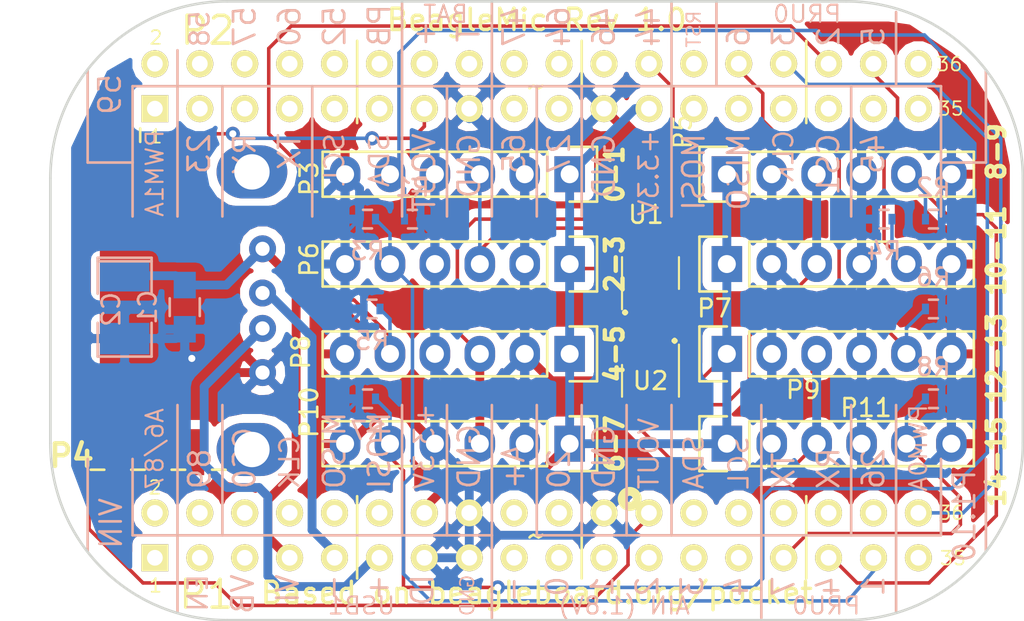
<source format=kicad_pcb>
(kicad_pcb (version 4) (host pcbnew 4.0.5+dfsg1-4)
  (title_block (title "BeagleMic KiCAD") (date 2017-08-14) (comment 1 "Prototyped by: GHI Electronics, LLC") (comment 2 "Converted to KiCAD: QWERTY Embedded Design, LLC"))
  (layers (0 Top signal) (31 Bottom signal) (34 B.Paste user) (35 F.Paste user) (36 B.SilkS user) (37 F.SilkS user) (38 B.Mask user) (39 F.Mask user) (44 Edge.Cuts user))
  (net 0 "")
  (net 1 GND)
  (net 2 VDD_3V3B)
  (net 3 SYS_5V)
  (net 4 "/(U1.L15)USB1.D+")
  (net 5 "/(U1.L16)USB1.D-")
  (net 6 USB_DC)
  (net 7 /MIC_CLK_0_3)
  (net 8 /MIC_CLK_8_11)
  (net 9 /MIC_CLK_4_7)
  (net 10 /MIC_CLK_12_15)
  (net 11 "/(U1.A1)PWM0A")
  (net 12 "/(U1.A2)PRU-0.1")
  (net 13 "/(U1.A3)PRU-0.4")
  (net 14 "/(U1.C4)PRU-0.7")
  (net 15 "/(U1.B3)PRU-0.5")
  (net 16 "/(U1.B1)PRU-0.3")
  (net 17 "/(U1.C3)PRU-0.6")
  (net 18 "/(U1.P6)")
  (net 19 "/(U1.B2)PRU-0.2")
  (module "OLIMEX_Connectors-FP.pretty:USB-3.5mm(TERES)" (layer Top) (at 120.2 105 270)
    (fp_text reference P4 (at 8.2 -2 540) (layer F.SilkS) (effects (font (size 1.27 1.27) (thickness 0.254))))
    (fp_text value USB_A)
    (pad 0 smd rect (at 8 -7.4 270) (size 2.4 2.4) (layers Top F.Paste F.Mask))
    (pad 0 smd rect (at 8 -7 270) (size 2.6 5) (layers Top))
    (pad 0 smd rect (at -8 -7 270) (size 2.6 5) (layers Top))
    (pad 1 thru_hole circle (at -3.5 -12.8 270) (size 1.524 1.524) (drill 0.8) (layers *.Cu *.Mask) (net 6 USB_DC))
    (pad 2 thru_hole circle (at -1 -12.8 270) (size 1.524 1.524) (drill 0.8) (layers *.Cu *.Mask) (net 5 "/(U1.L16)USB1.D-"))
    (pad 3 thru_hole circle (at 1 -12.8 270) (size 1.524 1.524) (drill 0.8) (layers *.Cu *.Mask) (net 4 "/(U1.L15)USB1.D+"))
    (pad 4 thru_hole circle (at 3.5 -12.8 270) (size 1.524 1.524) (drill 0.8) (layers *.Cu *.Mask) (net 1 GND))
    (pad 0 thru_hole oval (at -7.85 -12.2 270) (size 3 4) (drill 2) (layers *.Cu *.Mask))
    (pad 0 thru_hole oval (at 7.85 -12.2 270) (size 3 4) (drill 2) (layers *.Cu *.Mask))
    (pad 0 smd rect (at -8 -7.4 270) (size 2.4 2.4) (layers Top F.Paste F.Mask))
  )
  (module "PocketBeagle.pretty:TH-2X18-(35MIL-DIA)-W_O-SILK" (layer Top) (at 148.5011 117.7036)
    (fp_text reference P1 (at -18.68678 3.34518) (layer F.SilkS) (effects (font (size 1.56845 1.56845) (thickness 0.19812))))
    (fp_text value ~ (at 0 0) (layer F.SilkS))
    (pad 36 thru_hole circle (at 21.59 -1.27) (size 1.524 1.524) (drill 0.889) (layers *.Cu *.Mask F.SilkS) (net 11 "/(U1.A1)PWM0A"))
    (pad 35 thru_hole circle (at 21.59 1.27) (size 1.524 1.524) (drill 0.889) (layers *.Cu *.Mask F.SilkS))
    (pad 34 thru_hole circle (at 19.05 -1.27) (size 1.524 1.524) (drill 0.889) (layers *.Cu *.Mask F.SilkS))
    (pad 33 thru_hole circle (at 19.05 1.27) (size 1.524 1.524) (drill 0.889) (layers *.Cu *.Mask F.SilkS) (net 12 "/(U1.A2)PRU-0.1"))
    (pad 32 thru_hole circle (at 16.51 -1.27) (size 1.524 1.524) (drill 0.889) (layers *.Cu *.Mask F.SilkS))
    (pad 31 thru_hole circle (at 16.51 1.27) (size 1.524 1.524) (drill 0.889) (layers *.Cu *.Mask F.SilkS) (net 13 "/(U1.A3)PRU-0.4"))
    (pad 30 thru_hole circle (at 13.97 -1.27) (size 1.524 1.524) (drill 0.889) (layers *.Cu *.Mask F.SilkS))
    (pad 29 thru_hole circle (at 13.97 1.27) (size 1.524 1.524) (drill 0.889) (layers *.Cu *.Mask F.SilkS) (net 14 "/(U1.C4)PRU-0.7"))
    (pad 28 thru_hole circle (at 11.43 -1.27) (size 1.524 1.524) (drill 0.889) (layers *.Cu *.Mask F.SilkS))
    (pad 27 thru_hole circle (at 11.43 1.27) (size 1.524 1.524) (drill 0.889) (layers *.Cu *.Mask F.SilkS))
    (pad 26 thru_hole circle (at 8.89 -1.27) (size 1.524 1.524) (drill 0.889) (layers *.Cu *.Mask F.SilkS))
    (pad 25 thru_hole circle (at 8.89 1.27) (size 1.524 1.524) (drill 0.889) (layers *.Cu *.Mask F.SilkS))
    (pad 24 thru_hole circle (at 6.35 -1.27) (size 1.524 1.524) (drill 0.889) (layers *.Cu *.Mask F.SilkS) (net 3 SYS_5V))
    (pad 23 thru_hole circle (at 6.35 1.27) (size 1.524 1.524) (drill 0.889) (layers *.Cu *.Mask F.SilkS))
    (pad 22 thru_hole circle (at 3.81 -1.27) (size 1.524 1.524) (drill 0.889) (layers *.Cu *.Mask F.SilkS) (net 1 GND))
    (pad 21 thru_hole circle (at 3.81 1.27) (size 1.524 1.524) (drill 0.889) (layers *.Cu *.Mask F.SilkS))
    (pad 20 thru_hole circle (at 1.27 -1.27) (size 1.524 1.524) (drill 0.889) (layers *.Cu *.Mask F.SilkS))
    (pad 19 thru_hole circle (at 1.27 1.27) (size 1.524 1.524) (drill 0.889) (layers *.Cu *.Mask F.SilkS))
    (pad 18 thru_hole circle (at -1.27 -1.27) (size 1.524 1.524) (drill 0.889) (layers *.Cu *.Mask F.SilkS))
    (pad 17 thru_hole circle (at -1.27 1.27) (size 1.524 1.524) (drill 0.889) (layers *.Cu *.Mask F.SilkS))
    (pad 16 thru_hole circle (at -3.81 -1.27) (size 1.524 1.524) (drill 0.889) (layers *.Cu *.Mask F.SilkS) (net 1 GND))
    (pad 15 thru_hole circle (at -3.81 1.27) (size 1.524 1.524) (drill 0.889) (layers *.Cu *.Mask F.SilkS) (net 1 GND))
    (pad 14 thru_hole circle (at -6.35 -1.27) (size 1.524 1.524) (drill 0.889) (layers *.Cu *.Mask F.SilkS) (net 2 VDD_3V3B))
    (pad 13 thru_hole circle (at -6.35 1.27) (size 1.524 1.524) (drill 0.889) (layers *.Cu *.Mask F.SilkS) (net 1 GND))
    (pad 12 thru_hole circle (at -8.89 -1.27) (size 1.524 1.524) (drill 0.889) (layers *.Cu *.Mask F.SilkS))
    (pad 11 thru_hole circle (at -8.89 1.27) (size 1.524 1.524) (drill 0.889) (layers *.Cu *.Mask F.SilkS) (net 4 "/(U1.L15)USB1.D+"))
    (pad 10 thru_hole circle (at -11.43 -1.27) (size 1.524 1.524) (drill 0.889) (layers *.Cu *.Mask F.SilkS))
    (pad 9 thru_hole circle (at -11.43 1.27) (size 1.524 1.524) (drill 0.889) (layers *.Cu *.Mask F.SilkS) (net 5 "/(U1.L16)USB1.D-"))
    (pad 8 thru_hole circle (at -13.97 -1.27) (size 1.524 1.524) (drill 0.889) (layers *.Cu *.Mask F.SilkS))
    (pad 7 thru_hole circle (at -13.97 1.27) (size 1.524 1.524) (drill 0.889) (layers *.Cu *.Mask F.SilkS) (net 6 USB_DC))
    (pad 6 thru_hole circle (at -16.51 -1.27) (size 1.524 1.524) (drill 0.889) (layers *.Cu *.Mask F.SilkS))
    (pad 5 thru_hole circle (at -16.51 1.27) (size 1.524 1.524) (drill 0.889) (layers *.Cu *.Mask F.SilkS))
    (pad 4 thru_hole circle (at -19.05 -1.27) (size 1.524 1.524) (drill 0.889) (layers *.Cu *.Mask F.SilkS))
    (pad 3 thru_hole circle (at -19.05 1.27) (size 1.524 1.524) (drill 0.889) (layers *.Cu *.Mask F.SilkS))
    (pad 2 thru_hole circle (at -21.59 -1.27) (size 1.524 1.524) (drill 0.889) (layers *.Cu *.Mask F.SilkS))
    (pad 1 thru_hole rect (at -21.59 1.27) (size 1.524 1.524) (drill 0.889) (layers *.Cu *.Mask F.SilkS))
  )
  (module "PocketBeagle.pretty:TH-2X18-(35MIL-DIA)-W_O-SILK" (layer Top) (at 148.5011 92.3036)
    (fp_text reference P2 (at -18.6055 -3.15468 180) (layer F.SilkS) (effects (font (size 1.56845 1.56845) (thickness 0.19812))))
    (fp_text value ~ (at 0 0) (layer F.SilkS))
    (pad 36 thru_hole circle (at 21.59 -1.27) (size 1.524 1.524) (drill 0.889) (layers *.Cu *.Mask F.SilkS))
    (pad 35 thru_hole circle (at 21.59 1.27) (size 1.524 1.524) (drill 0.889) (layers *.Cu *.Mask F.SilkS))
    (pad 34 thru_hole circle (at 19.05 -1.27) (size 1.524 1.524) (drill 0.889) (layers *.Cu *.Mask F.SilkS) (net 15 "/(U1.B3)PRU-0.5"))
    (pad 33 thru_hole circle (at 19.05 1.27) (size 1.524 1.524) (drill 0.889) (layers *.Cu *.Mask F.SilkS))
    (pad 32 thru_hole circle (at 16.51 -1.27) (size 1.524 1.524) (drill 0.889) (layers *.Cu *.Mask F.SilkS) (net 19 "/(U1.B2)PRU-0.2"))
    (pad 31 thru_hole circle (at 16.51 1.27) (size 1.524 1.524) (drill 0.889) (layers *.Cu *.Mask F.SilkS))
    (pad 30 thru_hole circle (at 13.97 -1.27) (size 1.524 1.524) (drill 0.889) (layers *.Cu *.Mask F.SilkS) (net 16 "/(U1.B1)PRU-0.3"))
    (pad 29 thru_hole circle (at 13.97 1.27) (size 1.524 1.524) (drill 0.889) (layers *.Cu *.Mask F.SilkS))
    (pad 28 thru_hole circle (at 11.43 -1.27) (size 1.524 1.524) (drill 0.889) (layers *.Cu *.Mask F.SilkS) (net 17 "/(U1.C3)PRU-0.6"))
    (pad 27 thru_hole circle (at 11.43 1.27) (size 1.524 1.524) (drill 0.889) (layers *.Cu *.Mask F.SilkS))
    (pad 26 thru_hole circle (at 8.89 -1.27) (size 1.524 1.524) (drill 0.889) (layers *.Cu *.Mask F.SilkS))
    (pad 25 thru_hole circle (at 8.89 1.27) (size 1.524 1.524) (drill 0.889) (layers *.Cu *.Mask F.SilkS))
    (pad 24 thru_hole circle (at 6.35 -1.27) (size 1.524 1.524) (drill 0.889) (layers *.Cu *.Mask F.SilkS) (net 18 "/(U1.P6)"))
    (pad 23 thru_hole circle (at 6.35 1.27) (size 1.524 1.524) (drill 0.889) (layers *.Cu *.Mask F.SilkS) (net 2 VDD_3V3B))
    (pad 22 thru_hole circle (at 3.81 -1.27) (size 1.524 1.524) (drill 0.889) (layers *.Cu *.Mask F.SilkS))
    (pad 21 thru_hole circle (at 3.81 1.27) (size 1.524 1.524) (drill 0.889) (layers *.Cu *.Mask F.SilkS) (net 1 GND))
    (pad 20 thru_hole circle (at 1.27 -1.27) (size 1.524 1.524) (drill 0.889) (layers *.Cu *.Mask F.SilkS))
    (pad 19 thru_hole circle (at 1.27 1.27) (size 1.524 1.524) (drill 0.889) (layers *.Cu *.Mask F.SilkS))
    (pad 18 thru_hole circle (at -1.27 -1.27) (size 1.524 1.524) (drill 0.889) (layers *.Cu *.Mask F.SilkS))
    (pad 17 thru_hole circle (at -1.27 1.27) (size 1.524 1.524) (drill 0.889) (layers *.Cu *.Mask F.SilkS))
    (pad 16 thru_hole circle (at -3.81 -1.27) (size 1.524 1.524) (drill 0.889) (layers *.Cu *.Mask F.SilkS))
    (pad 15 thru_hole circle (at -3.81 1.27) (size 1.524 1.524) (drill 0.889) (layers *.Cu *.Mask F.SilkS) (net 1 GND))
    (pad 14 thru_hole circle (at -6.35 -1.27) (size 1.524 1.524) (drill 0.889) (layers *.Cu *.Mask F.SilkS))
    (pad 13 thru_hole circle (at -6.35 1.27) (size 1.524 1.524) (drill 0.889) (layers *.Cu *.Mask F.SilkS) (net 3 SYS_5V))
    (pad 12 thru_hole circle (at -8.89 -1.27) (size 1.524 1.524) (drill 0.889) (layers *.Cu *.Mask F.SilkS))
    (pad 11 thru_hole circle (at -8.89 1.27) (size 1.524 1.524) (drill 0.889) (layers *.Cu *.Mask F.SilkS))
    (pad 10 thru_hole circle (at -11.43 -1.27) (size 1.524 1.524) (drill 0.889) (layers *.Cu *.Mask F.SilkS))
    (pad 9 thru_hole circle (at -11.43 1.27) (size 1.524 1.524) (drill 0.889) (layers *.Cu *.Mask F.SilkS))
    (pad 8 thru_hole circle (at -13.97 -1.27) (size 1.524 1.524) (drill 0.889) (layers *.Cu *.Mask F.SilkS))
    (pad 7 thru_hole circle (at -13.97 1.27) (size 1.524 1.524) (drill 0.889) (layers *.Cu *.Mask F.SilkS))
    (pad 6 thru_hole circle (at -16.51 -1.27) (size 1.524 1.524) (drill 0.889) (layers *.Cu *.Mask F.SilkS))
    (pad 5 thru_hole circle (at -16.51 1.27) (size 1.524 1.524) (drill 0.889) (layers *.Cu *.Mask F.SilkS))
    (pad 4 thru_hole circle (at -19.05 -1.27) (size 1.524 1.524) (drill 0.889) (layers *.Cu *.Mask F.SilkS))
    (pad 3 thru_hole circle (at -19.05 1.27) (size 1.524 1.524) (drill 0.889) (layers *.Cu *.Mask F.SilkS))
    (pad 2 thru_hole circle (at -21.59 -1.27) (size 1.524 1.524) (drill 0.889) (layers *.Cu *.Mask F.SilkS))
    (pad 1 thru_hole rect (at -21.59 1.27) (size 1.524 1.524) (drill 0.889) (layers *.Cu *.Mask F.SilkS))
  )
  (module Pin_Headers:Pin_Header_Straight_1x06 (layer Top) (at 150.368 97.282 270)
    (fp_text reference P3 (at 0.254 14.732 270) (layer F.SilkS))
    (fp_text value CONN_01X06 hide)
    (pad 1 thru_hole rect (at 0 0 270) (size 2.032 1.7272) (drill 1.016) (layers *.Cu *.Mask) (net 2 VDD_3V3B))
    (pad 2 thru_hole oval (at 0 2.54 270) (size 2.032 1.7272) (drill 1.016) (layers *.Cu *.Mask) (net 1 GND))
    (pad 3 thru_hole oval (at 0 5.08 270) (size 2.032 1.7272) (drill 1.016) (layers *.Cu *.Mask) (net 7 /MIC_CLK_0_3))
    (pad 4 thru_hole oval (at 0 7.62 270) (size 2.032 1.7272) (drill 1.016) (layers *.Cu *.Mask) (net 1 GND))
    (pad 5 thru_hole oval (at 0 10.16 270) (size 2.032 1.7272) (drill 1.016) (layers *.Cu *.Mask) (net 11 "/(U1.A1)PWM0A"))
    (pad 6 thru_hole oval (at 0 12.7 270) (size 2.032 1.7272) (drill 1.016) (layers *.Cu *.Mask) (net 1 GND))
  )
  (module Pin_Headers:Pin_Header_Straight_1x06 (layer Top) (at 159.258 97.282 90)
    (fp_text reference P5 (at 2.4 -2.5 270) (layer F.SilkS))
    (fp_text value CONN_01X06 hide)
    (pad 1 thru_hole rect (at 0 0 90) (size 2.032 1.7272) (drill 1.016) (layers *.Cu *.Mask) (net 2 VDD_3V3B))
    (pad 2 thru_hole oval (at 0 2.54 90) (size 2.032 1.7272) (drill 1.016) (layers *.Cu *.Mask) (net 1 GND))
    (pad 3 thru_hole oval (at 0 5.08 90) (size 2.032 1.7272) (drill 1.016) (layers *.Cu *.Mask) (net 8 /MIC_CLK_8_11))
    (pad 4 thru_hole oval (at 0 7.62 90) (size 2.032 1.7272) (drill 1.016) (layers *.Cu *.Mask) (net 1 GND))
    (pad 5 thru_hole oval (at 0 10.16 90) (size 2.032 1.7272) (drill 1.016) (layers *.Cu *.Mask) (net 13 "/(U1.A3)PRU-0.4"))
    (pad 6 thru_hole oval (at 0 12.7 90) (size 2.032 1.7272) (drill 1.016) (layers *.Cu *.Mask) (net 1 GND))
  )
  (module Pin_Headers:Pin_Header_Straight_1x06 (layer Top) (at 150.368 102.362 270)
    (fp_text reference P6 (at -0.254 14.732 450) (layer F.SilkS))
    (fp_text value CONN_01X06 hide)
    (pad 1 thru_hole rect (at 0 0 270) (size 2.032 1.7272) (drill 1.016) (layers *.Cu *.Mask) (net 2 VDD_3V3B))
    (pad 2 thru_hole oval (at 0 2.54 270) (size 2.032 1.7272) (drill 1.016) (layers *.Cu *.Mask) (net 1 GND))
    (pad 3 thru_hole oval (at 0 5.08 270) (size 2.032 1.7272) (drill 1.016) (layers *.Cu *.Mask) (net 7 /MIC_CLK_0_3))
    (pad 4 thru_hole oval (at 0 7.62 270) (size 2.032 1.7272) (drill 1.016) (layers *.Cu *.Mask) (net 1 GND))
    (pad 5 thru_hole oval (at 0 10.16 270) (size 2.032 1.7272) (drill 1.016) (layers *.Cu *.Mask) (net 12 "/(U1.A2)PRU-0.1"))
    (pad 6 thru_hole oval (at 0 12.7 270) (size 2.032 1.7272) (drill 1.016) (layers *.Cu *.Mask) (net 1 GND))
  )
  (module Pin_Headers:Pin_Header_Straight_1x06 (layer Top) (at 159.258 102.362 90)
    (fp_text reference P7 (at -2.5 -0.7 180) (layer F.SilkS))
    (fp_text value CONN_01X06 hide)
    (pad 1 thru_hole rect (at 0 0 90) (size 2.032 1.7272) (drill 1.016) (layers *.Cu *.Mask) (net 2 VDD_3V3B))
    (pad 2 thru_hole oval (at 0 2.54 90) (size 2.032 1.7272) (drill 1.016) (layers *.Cu *.Mask) (net 1 GND))
    (pad 3 thru_hole oval (at 0 5.08 90) (size 2.032 1.7272) (drill 1.016) (layers *.Cu *.Mask) (net 8 /MIC_CLK_8_11))
    (pad 4 thru_hole oval (at 0 7.62 90) (size 2.032 1.7272) (drill 1.016) (layers *.Cu *.Mask) (net 1 GND))
    (pad 5 thru_hole oval (at 0 10.16 90) (size 2.032 1.7272) (drill 1.016) (layers *.Cu *.Mask) (net 15 "/(U1.B3)PRU-0.5"))
    (pad 6 thru_hole oval (at 0 12.7 90) (size 2.032 1.7272) (drill 1.016) (layers *.Cu *.Mask) (net 1 GND))
  )
  (module Pin_Headers:Pin_Header_Straight_1x06 (layer Top) (at 150.368 107.442 270)
    (fp_text reference P8 (at -0.1 15.2 270) (layer F.SilkS))
    (fp_text value CONN_01X06 hide)
    (pad 1 thru_hole rect (at 0 0 270) (size 2.032 1.7272) (drill 1.016) (layers *.Cu *.Mask) (net 2 VDD_3V3B))
    (pad 2 thru_hole oval (at 0 2.54 270) (size 2.032 1.7272) (drill 1.016) (layers *.Cu *.Mask) (net 1 GND))
    (pad 3 thru_hole oval (at 0 5.08 270) (size 2.032 1.7272) (drill 1.016) (layers *.Cu *.Mask) (net 9 /MIC_CLK_4_7))
    (pad 4 thru_hole oval (at 0 7.62 270) (size 2.032 1.7272) (drill 1.016) (layers *.Cu *.Mask) (net 1 GND))
    (pad 5 thru_hole oval (at 0 10.16 270) (size 2.032 1.7272) (drill 1.016) (layers *.Cu *.Mask) (net 19 "/(U1.B2)PRU-0.2"))
    (pad 6 thru_hole oval (at 0 12.7 270) (size 2.032 1.7272) (drill 1.016) (layers *.Cu *.Mask) (net 1 GND))
  )
  (module Pin_Headers:Pin_Header_Straight_1x06 (layer Top) (at 159.258 107.442 90)
    (fp_text reference P9 (at -2.032 4.318 180) (layer F.SilkS))
    (fp_text value CONN_01X06 hide)
    (pad 1 thru_hole rect (at 0 0 90) (size 2.032 1.7272) (drill 1.016) (layers *.Cu *.Mask) (net 2 VDD_3V3B))
    (pad 2 thru_hole oval (at 0 2.54 90) (size 2.032 1.7272) (drill 1.016) (layers *.Cu *.Mask) (net 1 GND))
    (pad 3 thru_hole oval (at 0 5.08 90) (size 2.032 1.7272) (drill 1.016) (layers *.Cu *.Mask) (net 10 /MIC_CLK_12_15))
    (pad 4 thru_hole oval (at 0 7.62 90) (size 2.032 1.7272) (drill 1.016) (layers *.Cu *.Mask) (net 1 GND))
    (pad 5 thru_hole oval (at 0 10.16 90) (size 2.032 1.7272) (drill 1.016) (layers *.Cu *.Mask) (net 17 "/(U1.C3)PRU-0.6"))
    (pad 6 thru_hole oval (at 0 12.7 90) (size 2.032 1.7272) (drill 1.016) (layers *.Cu *.Mask) (net 1 GND))
  )
  (module Pin_Headers:Pin_Header_Straight_1x06 (layer Top) (at 150.368 112.522 270)
    (fp_text reference P10 (at -1.778 14.732 270) (layer F.SilkS))
    (fp_text value CONN_01X06 hide)
    (pad 1 thru_hole rect (at 0 0 270) (size 2.032 1.7272) (drill 1.016) (layers *.Cu *.Mask) (net 2 VDD_3V3B))
    (pad 2 thru_hole oval (at 0 2.54 270) (size 2.032 1.7272) (drill 1.016) (layers *.Cu *.Mask) (net 1 GND))
    (pad 3 thru_hole oval (at 0 5.08 270) (size 2.032 1.7272) (drill 1.016) (layers *.Cu *.Mask) (net 9 /MIC_CLK_4_7))
    (pad 4 thru_hole oval (at 0 7.62 270) (size 2.032 1.7272) (drill 1.016) (layers *.Cu *.Mask) (net 1 GND))
    (pad 5 thru_hole oval (at 0 10.16 270) (size 2.032 1.7272) (drill 1.016) (layers *.Cu *.Mask) (net 16 "/(U1.B1)PRU-0.3"))
    (pad 6 thru_hole oval (at 0 12.7 270) (size 2.032 1.7272) (drill 1.016) (layers *.Cu *.Mask) (net 1 GND))
  )
  (module Pin_Headers:Pin_Header_Straight_1x06 (layer Top) (at 159.258 112.522 90)
    (fp_text reference P11 (at 2.032 7.874 180) (layer F.SilkS))
    (fp_text value CONN_01X06 hide)
    (pad 1 thru_hole rect (at 0 0 90) (size 2.032 1.7272) (drill 1.016) (layers *.Cu *.Mask) (net 2 VDD_3V3B))
    (pad 2 thru_hole oval (at 0 2.54 90) (size 2.032 1.7272) (drill 1.016) (layers *.Cu *.Mask) (net 1 GND))
    (pad 3 thru_hole oval (at 0 5.08 90) (size 2.032 1.7272) (drill 1.016) (layers *.Cu *.Mask) (net 10 /MIC_CLK_12_15))
    (pad 4 thru_hole oval (at 0 7.62 90) (size 2.032 1.7272) (drill 1.016) (layers *.Cu *.Mask) (net 1 GND))
    (pad 5 thru_hole oval (at 0 10.16 90) (size 2.032 1.7272) (drill 1.016) (layers *.Cu *.Mask) (net 14 "/(U1.C4)PRU-0.7"))
    (pad 6 thru_hole oval (at 0 12.7 90) (size 2.032 1.7272) (drill 1.016) (layers *.Cu *.Mask) (net 1 GND))
  )
  (module TO_SOT_Packages_SMD:SOT-23-6_Handsoldering (layer Top) (at 154.94 102.87 90)
    (fp_text reference U1 (at 3.302 -0.254 180) (layer F.SilkS))
    (fp_text value 74AUC2G34 hide)
    (pad 1 smd rect (at -1.35 -0.95 90) (size 1.56 0.65) (layers Top F.Paste F.Mask) (net 18 "/(U1.P6)"))
    (pad 2 smd rect (at -1.35 0 90) (size 1.56 0.65) (layers Top F.Paste F.Mask) (net 1 GND))
    (pad 3 smd rect (at -1.35 0.95 90) (size 1.56 0.65) (layers Top F.Paste F.Mask) (net 18 "/(U1.P6)"))
    (pad 4 smd rect (at 1.35 0.95 90) (size 1.56 0.65) (layers Top F.Paste F.Mask) (net 9 /MIC_CLK_4_7))
    (pad 6 smd rect (at 1.35 -0.95 90) (size 1.56 0.65) (layers Top F.Paste F.Mask) (net 7 /MIC_CLK_0_3))
    (pad 5 smd rect (at 1.35 0 90) (size 1.56 0.65) (layers Top F.Paste F.Mask) (net 2 VDD_3V3B))
  )
  (module TO_SOT_Packages_SMD:SOT-23-6_Handsoldering (layer Top) (at 154.94 108.966 270)
    (fp_text reference U2 (at 0 0 540) (layer F.SilkS))
    (fp_text value 74AUC2G34 hide)
    (pad 1 smd rect (at -1.35 -0.95 270) (size 1.56 0.65) (layers Top F.Paste F.Mask) (net 18 "/(U1.P6)"))
    (pad 2 smd rect (at -1.35 0 270) (size 1.56 0.65) (layers Top F.Paste F.Mask) (net 1 GND))
    (pad 3 smd rect (at -1.35 0.95 270) (size 1.56 0.65) (layers Top F.Paste F.Mask) (net 18 "/(U1.P6)"))
    (pad 4 smd rect (at 1.35 0.95 270) (size 1.56 0.65) (layers Top F.Paste F.Mask) (net 10 /MIC_CLK_12_15))
    (pad 6 smd rect (at 1.35 -0.95 270) (size 1.56 0.65) (layers Top F.Paste F.Mask) (net 8 /MIC_CLK_8_11))
    (pad 5 smd rect (at 1.35 0 270) (size 1.56 0.65) (layers Top F.Paste F.Mask) (net 2 VDD_3V3B))
  )
  (module Resistors_SMD:R_0402 (layer Bottom) (at 141.478 99.822 180)
    (fp_text reference R1 (at 0 1.8 180) (layer B.SilkS) (effects (justify mirror)))
    (fp_text value 10k)
    (pad 1 smd rect (at -0.45 0 180) (size 0.4 0.6) (layers Bottom B.Paste B.Mask) (net 1 GND))
    (pad 2 smd rect (at 0.45 0 180) (size 0.4 0.6) (layers Bottom B.Paste B.Mask) (net 11 "/(U1.A1)PWM0A"))
  )
  (module Resistors_SMD:R_0402 (layer Bottom) (at 170.942 99.822 180)
    (fp_text reference R2 (at 0 1.8 180) (layer B.SilkS) (effects (justify mirror)))
    (fp_text value 10k)
    (pad 1 smd rect (at -0.45 0 180) (size 0.4 0.6) (layers Bottom B.Paste B.Mask) (net 1 GND))
    (pad 2 smd rect (at 0.45 0 180) (size 0.4 0.6) (layers Bottom B.Paste B.Mask) (net 13 "/(U1.A3)PRU-0.4"))
  )
  (module Resistors_SMD:R_0402 (layer Bottom) (at 138.938 99.822)
    (fp_text reference R3 (at 0 1.8) (layer B.SilkS) (effects (justify mirror)))
    (fp_text value 10k)
    (pad 1 smd rect (at -0.45 0) (size 0.4 0.6) (layers Bottom B.Paste B.Mask) (net 1 GND))
    (pad 2 smd rect (at 0.45 0) (size 0.4 0.6) (layers Bottom B.Paste B.Mask) (net 12 "/(U1.A2)PRU-0.1"))
  )
  (module Resistors_SMD:R_0402 (layer Bottom) (at 168.148 99.822)
    (fp_text reference R4 (at 0 1.8) (layer B.SilkS) (effects (justify mirror)))
    (fp_text value 10k)
    (pad 1 smd rect (at -0.45 0) (size 0.4 0.6) (layers Bottom B.Paste B.Mask) (net 1 GND))
    (pad 2 smd rect (at 0.45 0) (size 0.4 0.6) (layers Bottom B.Paste B.Mask) (net 15 "/(U1.B3)PRU-0.5"))
  )
  (module Resistors_SMD:R_0402 (layer Bottom) (at 139.192 104.902)
    (fp_text reference R5 (at 0 1.8) (layer B.SilkS) (effects (justify mirror)))
    (fp_text value 10k)
    (pad 1 smd rect (at -0.45 0) (size 0.4 0.6) (layers Bottom B.Paste B.Mask) (net 1 GND))
    (pad 2 smd rect (at 0.45 0) (size 0.4 0.6) (layers Bottom B.Paste B.Mask) (net 19 "/(U1.B2)PRU-0.2"))
  )
  (module Resistors_SMD:R_0402 (layer Bottom) (at 170.942 104.902 180)
    (fp_text reference R6 (at 0 1.8 180) (layer B.SilkS) (effects (justify mirror)))
    (fp_text value 10k)
    (pad 1 smd rect (at -0.45 0 180) (size 0.4 0.6) (layers Bottom B.Paste B.Mask) (net 1 GND))
    (pad 2 smd rect (at 0.45 0 180) (size 0.4 0.6) (layers Bottom B.Paste B.Mask) (net 17 "/(U1.C3)PRU-0.6"))
  )
  (module Resistors_SMD:R_0402 (layer Bottom) (at 138.938 109.982)
    (fp_text reference R7 (at 0 1.8) (layer B.SilkS) (effects (justify mirror)))
    (fp_text value 10k)
    (pad 1 smd rect (at -0.45 0) (size 0.4 0.6) (layers Bottom B.Paste B.Mask) (net 1 GND))
    (pad 2 smd rect (at 0.45 0) (size 0.4 0.6) (layers Bottom B.Paste B.Mask) (net 16 "/(U1.B1)PRU-0.3"))
  )
  (module Resistors_SMD:R_0402 (layer Bottom) (at 170.942 109.982 180)
    (fp_text reference R8 (at 0 1.8 180) (layer B.SilkS) (effects (justify mirror)))
    (fp_text value 10k)
    (pad 1 smd rect (at -0.45 0 180) (size 0.4 0.6) (layers Bottom B.Paste B.Mask) (net 1 GND))
    (pad 2 smd rect (at 0.45 0 180) (size 0.4 0.6) (layers Bottom B.Paste B.Mask) (net 14 "/(U1.C4)PRU-0.7"))
  )
  (module Capacitors_SMD:C_0805_HandSoldering (layer Bottom) (at 128.6 104.8 270)
    (fp_text reference C1 (at 0 2.1 270) (layer B.SilkS) (effects (justify mirror)))
    (fp_text value 100n)
    (pad 1 smd rect (at -1.25 0 270) (size 1.5 1.25) (layers Bottom B.Paste B.Mask) (net 6 USB_DC))
    (pad 2 smd rect (at 1.25 0 270) (size 1.5 1.25) (layers Bottom B.Paste B.Mask) (net 1 GND))
  )
  (module SMD_Packages:SMD-1210_Pol (layer Bottom) (at 125.2 104.8 270)
    (fp_text reference C2 (at 0.127 0.762 270) (layer B.SilkS) (effects (justify mirror)))
    (fp_text value 1u)
    (pad 1 smd rect (at -1.778 0 270) (size 1.778 2.794) (layers Bottom B.Paste B.Mask) (net 6 USB_DC))
    (pad 2 smd rect (at 1.778 0 270) (size 1.778 2.794) (layers Bottom B.Paste B.Mask) (net 1 GND))
  )
  (gr_text . (at 155.9 106.7 90) (layer F.SilkS) (effects (font (size 1 1) (thickness 0.25))))
  (gr_text . (at 153.1 105.1 90) (layer F.SilkS) (effects (font (size 1 1) (thickness 0.25))))
  (gr_text 10-11 (at 174.498 101.6 90) (layer F.SilkS) (effects (font (size 1 1) (thickness 0.25))))
  (gr_text 8-9 (at 174.498 96.012 90) (layer F.SilkS) (effects (font (size 1 1) (thickness 0.25))))
  (gr_text 12-13 (at 174.498 107.696 90) (layer F.SilkS) (effects (font (size 1 1) (thickness 0.25))))
  (gr_text 14-15 (at 174.498 113.538 90) (layer F.SilkS) (effects (font (size 1 1) (thickness 0.25))))
  (gr_text 6-7 (at 152.908 112.522 90) (layer F.SilkS) (effects (font (size 1 1) (thickness 0.25))))
  (gr_text 4-5 (at 152.908 107.442 90) (layer F.SilkS) (effects (font (size 1 1) (thickness 0.25))))
  (gr_text 2-3 (at 152.908 102.362 90) (layer F.SilkS) (effects (font (size 1 1) (thickness 0.25))))
  (gr_text 0-1 (at 152.908 97.282 90) (layer F.SilkS) (effects (font (size 1 1) (thickness 0.25))))
  (gr_text VOUT (at 142.1466 94.869 90) (layer B.SilkS) (effects (font (size 1.2065 1.2065) (thickness 0.1524)) (justify left mirror)))
  (gr_text GND (at 144.6866 94.869 90) (layer B.SilkS) (effects (font (size 1.2065 1.2065) (thickness 0.1524)) (justify left mirror)))
  (gr_text MISO (at 159.9266 94.869 90) (layer B.SilkS) (effects (font (size 1.2065 1.2065) (thickness 0.1524)) (justify left mirror)))
  (gr_line (start 156.1293 92.303) (end 156.1293 99.669) (layer B.SilkS) (width 0.15))
  (gr_text +3.3V (at 154.8466 94.6906 90) (layer B.SilkS) (effects (font (size 1.08585 1.08585) (thickness 0.13716)) (justify left mirror)))
  (gr_text CS1 (at 165.0066 94.869 90) (layer B.SilkS) (effects (font (size 1.2065 1.2065) (thickness 0.1524)) (justify left mirror)))
  (gr_text CLK (at 162.4666 94.6906 90) (layer B.SilkS) (effects (font (size 1.08585 1.08585) (thickness 0.13716)) (justify left mirror)))
  (gr_text TX (at 134.5266 94.869 90) (layer B.SilkS) (effects (font (size 1.2065 1.2065) (thickness 0.1524)) (justify left mirror)))
  (gr_line (start 166.0011 87.5036) (end 131.0011 87.5036) (layer Edge.Cuts) (width 0.15))
  (gr_arc (start 131.0011 97.5036) (end 131.0011 87.5036) (angle -90) (layer Edge.Cuts) (width 0.15))
  (gr_line (start 121.0011 97.5036) (end 121.0011 112.5036) (layer Edge.Cuts) (width 0.15))
  (gr_arc (start 131.0011 112.5036) (end 121.0011 112.5036) (angle -90) (layer Edge.Cuts) (width 0.15))
  (gr_line (start 131.0011 122.5036) (end 166.0011 122.5036) (layer Edge.Cuts) (width 0.15))
  (gr_arc (start 166.0011 112.5036) (end 166.0011 122.5036) (angle -90) (layer Edge.Cuts) (width 0.15))
  (gr_line (start 176.0011 112.5036) (end 176.0011 97.5036) (layer Edge.Cuts) (width 0.15))
  (gr_arc (start 166.0011 97.5036) (end 176.0011 97.5036) (angle -90) (layer Edge.Cuts) (width 0.15))
  (gr_text "BeagleMic Rev 1.0" (at 148.5093 89.255) (layer F.SilkS) (effects (font (size 1.2065 1.2065) (thickness 0.1905)) (justify bottom)))
  (gr_text "Based on beagleboard.org/pocket" (at 148.5093 121.6654) (layer F.SilkS) (effects (font (size 1.2065 1.2065) (thickness 0.1905)) (justify bottom)))
  (gr_line (start 145.9693 117.703) (end 143.4293 117.703) (layer B.SilkS) (width 0.15))
  (gr_line (start 143.4293 117.703) (end 140.8893 117.703) (layer B.SilkS) (width 0.15))
  (gr_line (start 140.8893 117.703) (end 130.7293 117.703) (layer B.SilkS) (width 0.15))
  (gr_line (start 130.7293 117.703) (end 128.1893 117.703) (layer B.SilkS) (width 0.15))
  (gr_line (start 148.5093 117.703) (end 148.5093 110.337) (layer B.SilkS) (width 0.15))
  (gr_line (start 148.5093 117.703) (end 151.0493 117.703) (layer B.SilkS) (width 0.15))
  (gr_line (start 151.0493 117.703) (end 153.5893 117.703) (layer B.SilkS) (width 0.15))
  (gr_line (start 153.5893 117.703) (end 156.1293 117.703) (layer B.SilkS) (width 0.15))
  (gr_line (start 156.1293 117.703) (end 161.2093 117.703) (layer B.SilkS) (width 0.15))
  (gr_line (start 161.2093 117.703) (end 166.2893 117.703) (layer B.SilkS) (width 0.15))
  (gr_line (start 166.2893 117.703) (end 168.8293 117.703) (layer B.SilkS) (width 0.15))
  (gr_line (start 145.9693 92.303) (end 143.4293 92.303) (layer B.SilkS) (width 0.15))
  (gr_line (start 143.4293 92.303) (end 140.8893 92.303) (layer B.SilkS) (width 0.15))
  (gr_line (start 140.8893 92.303) (end 135.8093 92.303) (layer B.SilkS) (width 0.15))
  (gr_line (start 135.8093 92.303) (end 130.7293 92.303) (layer B.SilkS) (width 0.15))
  (gr_line (start 145.9693 92.303) (end 148.5093 92.303) (layer B.SilkS) (width 0.15))
  (gr_line (start 148.5093 92.303) (end 151.0493 92.303) (layer B.SilkS) (width 0.15))
  (gr_line (start 151.0493 92.303) (end 153.5893 92.303) (layer B.SilkS) (width 0.15))
  (gr_line (start 153.5893 92.303) (end 156.1293 92.303) (layer B.SilkS) (width 0.15))
  (gr_line (start 156.1293 92.303) (end 158.6693 92.303) (layer B.SilkS) (width 0.15))
  (gr_line (start 158.6693 92.303) (end 166.2893 92.303) (layer B.SilkS) (width 0.15))
  (gr_line (start 166.2893 92.303) (end 168.8293 92.303) (layer B.SilkS) (width 0.15))
  (gr_line (start 138.3493 115.4932) (end 138.3493 120.1414) (layer F.SilkS) (width 0.15))
  (gr_line (start 138.3493 94.3858) (end 138.3493 89.7376) (layer F.SilkS) (width 0.15))
  (gr_line (start 151.0493 115.4932) (end 151.0493 120.1414) (layer F.SilkS) (width 0.15))
  (gr_line (start 163.7493 115.4932) (end 163.7493 120.1414) (layer F.SilkS) (width 0.15))
  (gr_line (start 151.0493 94.3858) (end 151.0493 89.7376) (layer F.SilkS) (width 0.15))
  (gr_line (start 163.7493 94.3858) (end 163.7493 89.7376) (layer F.SilkS) (width 0.15))
  (gr_line (start 125.5731 113.9946) (end 126.3351 113.9946) (layer F.SilkS) (width 0.15))
  (gr_line (start 127.8591 113.9946) (end 128.6211 113.9946) (layer F.SilkS) (width 0.15))
  (gr_line (start 123.2871 113.9946) (end 124.0491 113.9946) (layer F.SilkS) (width 0.15))
  (gr_line (start 130.1451 113.9946) (end 130.9071 113.9946) (layer F.SilkS) (width 0.15))
  (gr_circle (center 153.7671 115.6456) (end 153.946703 115.6456) (layer F.SilkS) (width 0.5))
  (gr_text 1 (at 126.95 120.0906) (layer F.SilkS) (effects (font (size 0.77216 0.77216) (thickness 0.097536)) (justify top)))
  (gr_text 2 (at 126.9701 89.1026) (layer F.SilkS) (effects (font (size 0.77216 0.77216) (thickness 0.097536)) (justify top)))
  (gr_text 36 (at 171.0436 91.059) (layer F.SilkS) (effects (font (size 0.77216 0.77216) (thickness 0.097536)) (justify left)))
  (gr_text 35 (at 171.2468 118.999) (layer F.SilkS) (effects (font (size 0.77216 0.77216) (thickness 0.097536)) (justify left)))
  (gr_text 35 (at 171.1198 93.5736) (layer F.SilkS) (effects (font (size 0.77216 0.77216) (thickness 0.097536)) (justify left)))
  (gr_text 36 (at 171.1452 116.4336) (layer F.SilkS) (effects (font (size 0.77216 0.77216) (thickness 0.097536)) (justify left)))
  (gr_text 2 (at 127.35 114.55) (layer F.SilkS) (effects (font (size 0.77216 0.77216) (thickness 0.097536)) (justify right top)))
  (gr_text 1 (at 126.9701 94.6906) (layer F.SilkS) (effects (font (size 0.77216 0.77216) (thickness 0.097536)) (justify top)))
  (gr_line (start 128.1893 117.703) (end 128.1893 121.9956) (layer B.SilkS) (width 0.15))
  (gr_line (start 145.9693 117.703) (end 145.9693 122.3766) (layer B.SilkS) (width 0.15))
  (gr_line (start 161.2093 117.703) (end 161.2093 122.3766) (layer B.SilkS) (width 0.15))
  (gr_line (start 168.8293 117.703) (end 168.8293 121.9956) (layer B.SilkS) (width 0.15))
  (gr_line (start 166.2893 117.703) (end 166.2893 110.337) (layer B.SilkS) (width 0.15))
  (gr_line (start 161.2093 117.703) (end 161.2093 110.337) (layer B.SilkS) (width 0.15))
  (gr_line (start 156.1293 117.703) (end 156.1293 110.337) (layer B.SilkS) (width 0.15))
  (gr_line (start 145.9693 117.703) (end 145.9693 110.337) (layer B.SilkS) (width 0.15))
  (gr_line (start 130.7293 117.703) (end 130.7293 110.337) (layer B.SilkS) (width 0.15))
  (gr_line (start 130.7293 92.303) (end 130.7293 99.669) (layer B.SilkS) (width 0.15))
  (gr_line (start 135.8093 92.303) (end 135.8093 99.669) (layer B.SilkS) (width 0.15))
  (gr_line (start 140.8893 92.303) (end 140.8893 99.669) (layer B.SilkS) (width 0.15))
  (gr_line (start 145.9693 92.303) (end 145.9693 99.669) (layer B.SilkS) (width 0.15))
  (gr_line (start 140.8893 92.303) (end 140.8893 87.604) (layer B.SilkS) (width 0.15))
  (gr_line (start 145.9693 92.303) (end 145.9693 87.604) (layer B.SilkS) (width 0.15))
  (gr_line (start 168.8293 92.303) (end 168.8293 88.112) (layer B.SilkS) (width 0.15))
  (gr_line (start 158.6693 92.303) (end 158.6693 87.604) (layer B.SilkS) (width 0.15))
  (gr_line (start 166.2893 92.303) (end 166.2893 99.669) (layer B.SilkS) (width 0.15))
  (gr_line (start 151.0493 117.703) (end 151.0493 110.337) (layer B.SilkS) (width 0.15))
  (gr_line (start 151.0493 92.303) (end 151.0493 99.669) (layer B.SilkS) (width 0.15))
  (gr_text "AIN (1.8V)" (at 153.4496 122.2496) (layer B.SilkS) (effects (font (size 0.9652 0.9652) (thickness 0.12192)) (justify bottom mirror)))
  (gr_text RST (at 157.3866 90.1821 90) (layer B.SilkS) (effects (font (size 0.77216 0.77216) (thickness 0.097536)) (justify right mirror)))
  (gr_text A+ (at 147.193 115.189 90) (layer B.SilkS) (effects (font (size 1.2065 1.2065) (thickness 0.1524)) (justify right mirror)))
  (gr_text 20 (at 149.7666 115.189 90) (layer B.SilkS) (effects (font (size 1.2065 1.2065) (thickness 0.1524)) (justify right mirror)))
  (gr_text GND (at 152.3066 115.189 90) (layer B.SilkS) (effects (font (size 1.2065 1.2065) (thickness 0.1524)) (justify right mirror)))
  (gr_text VOUT (at 154.8466 115.189 90) (layer B.SilkS) (effects (font (size 1.08585 1.08585) (thickness 0.13716)) (justify right mirror)))
  (gr_text SDA (at 157.3866 115.189 90) (layer B.SilkS) (effects (font (size 1.08585 1.08585) (thickness 0.13716)) (justify right mirror)))
  (gr_text SCL (at 159.9266 115.189 90) (layer B.SilkS) (effects (font (size 1.08585 1.08585) (thickness 0.13716)) (justify right mirror)))
  (gr_text TX (at 162.4666 115.189 90) (layer B.SilkS) (effects (font (size 1.2065 1.2065) (thickness 0.1524)) (justify right mirror)))
  (gr_text RX (at 165.0066 115.189 90) (layer B.SilkS) (effects (font (size 1.2065 1.2065) (thickness 0.1524)) (justify right mirror)))
  (gr_text 26 (at 167.5466 115.189 90) (layer B.SilkS) (effects (font (size 1.2065 1.2065) (thickness 0.1524)) (justify right mirror)))
  (gr_text GND (at 144.6866 115.189 90) (layer B.SilkS) (effects (font (size 1.2065 1.2065) (thickness 0.1524)) (justify right mirror)))
  (gr_text +3.3V (at 142.1466 115.189 90) (layer B.SilkS) (effects (font (size 1.08585 1.08585) (thickness 0.13716)) (justify right mirror)))
  (gr_text MOSI (at 139.6066 115.189 90) (layer B.SilkS) (effects (font (size 1.2065 1.2065) (thickness 0.1524)) (justify right mirror)))
  (gr_text MISO (at 137.0666 115.189 90) (layer B.SilkS) (effects (font (size 1.2065 1.2065) (thickness 0.1524)) (justify right mirror)))
  (gr_text CLK (at 134.5266 115.189 90) (layer B.SilkS) (effects (font (size 1.08585 1.08585) (thickness 0.13716)) (justify right mirror)))
  (gr_text CS0 (at 131.9866 115.189 90) (layer B.SilkS) (effects (font (size 1.2065 1.2065) (thickness 0.1524)) (justify right mirror)))
  (gr_text 89 (at 129.4466 115.189 90) (layer B.SilkS) (effects (font (size 1.2065 1.2065) (thickness 0.1524)) (justify right mirror)))
  (gr_text A6/87 (at 126.9066 115.189 90) (layer B.SilkS) (effects (font (size 0.9652 0.9652) (thickness 0.12192)) (justify right mirror)))
  (gr_text 44 (at 154.8466 90.1821 90) (layer B.SilkS) (effects (font (size 1.2065 1.2065) (thickness 0.1524)) (justify right mirror)))
  (gr_text 46 (at 152.3066 90.1821 90) (layer B.SilkS) (effects (font (size 1.2065 1.2065) (thickness 0.1524)) (justify right mirror)))
  (gr_text 64 (at 149.7666 90.1821 90) (layer B.SilkS) (effects (font (size 1.2065 1.2065) (thickness 0.1524)) (justify right mirror)))
  (gr_text 47 (at 147.2266 90.1821 90) (layer B.SilkS) (effects (font (size 1.2065 1.2065) (thickness 0.1524)) (justify right mirror)))
  (gr_text T (at 144.653 89.916 90) (layer B.SilkS) (effects (font (size 1.2065 1.2065) (thickness 0.1524)) (justify right mirror)))
  (gr_text + (at 142.1466 90.1821 90) (layer B.SilkS) (effects (font (size 1.2065 1.2065) (thickness 0.1524)) (justify right mirror)))
  (gr_text PB (at 139.6066 90.1821 90) (layer B.SilkS) (effects (font (size 1.2065 1.2065) (thickness 0.1524)) (justify right mirror)))
  (gr_text 52 (at 137.0666 90.1821 90) (layer B.SilkS) (effects (font (size 1.2065 1.2065) (thickness 0.1524)) (justify right mirror)))
  (gr_text 60 (at 134.5266 90.1821 90) (layer B.SilkS) (effects (font (size 1.2065 1.2065) (thickness 0.1524)) (justify right mirror)))
  (gr_text 57 (at 131.9866 90.1821 90) (layer B.SilkS) (effects (font (size 1.2065 1.2065) (thickness 0.1524)) (justify right mirror)))
  (gr_text 58 (at 129.4466 90.1821 90) (layer B.SilkS) (effects (font (size 1.08585 1.08585) (thickness 0.13716)) (justify right mirror)))
  (gr_text 59 (at 124.3666 91.5156 90) (layer B.SilkS) (effects (font (size 1.2065 1.2065) (thickness 0.1524)) (justify left mirror)))
  (gr_text 6 (at 159.9266 90.1821 90) (layer B.SilkS) (effects (font (size 1.2065 1.2065) (thickness 0.1524)) (justify right mirror)))
  (gr_text 3 (at 162.4666 90.1821 90) (layer B.SilkS) (effects (font (size 1.2065 1.2065) (thickness 0.1524)) (justify right mirror)))
  (gr_text 2 (at 165.0066 90.1821 90) (layer B.SilkS) (effects (font (size 1.2065 1.2065) (thickness 0.1524)) (justify right mirror)))
  (gr_text 5 (at 167.5466 90.1821 90) (layer B.SilkS) (effects (font (size 1.2065 1.2065) (thickness 0.1524)) (justify right mirror)))
  (gr_line (start 168.8293 92.303) (end 171.3693 92.303) (layer B.SilkS) (width 0.15))
  (gr_text PWM1A (at 126.9066 94.6906 90) (layer B.SilkS) (effects (font (size 0.9652 0.9652) (thickness 0.12192)) (justify left mirror)))
  (gr_text 23 (at 129.413 94.869 90) (layer B.SilkS) (effects (font (size 1.2065 1.2065) (thickness 0.1524)) (justify left mirror)))
  (gr_text RX (at 131.9866 94.869 90) (layer B.SilkS) (effects (font (size 1.2065 1.2065) (thickness 0.1524)) (justify left mirror)))
  (gr_text SCL (at 137.0666 94.869 90) (layer B.SilkS) (effects (font (size 1.08585 1.08585) (thickness 0.13716)) (justify left mirror)))
  (gr_text SDA (at 139.6066 94.869 90) (layer B.SilkS) (effects (font (size 1.08585 1.08585) (thickness 0.13716)) (justify left mirror)))
  (gr_text 65 (at 147.2266 94.869 90) (layer B.SilkS) (effects (font (size 1.2065 1.2065) (thickness 0.1524)) (justify left mirror)))
  (gr_text 27 (at 149.7666 94.869 90) (layer B.SilkS) (effects (font (size 1.2065 1.2065) (thickness 0.1524)) (justify left mirror)))
  (gr_text GND (at 152.3066 94.869 90) (layer B.SilkS) (effects (font (size 1.2065 1.2065) (thickness 0.1524)) (justify left mirror)))
  (gr_text MOSI (at 157.3866 94.869 90) (layer B.SilkS) (effects (font (size 1.2065 1.2065) (thickness 0.1524)) (justify left mirror)))
  (gr_text 45 (at 167.5466 94.869 90) (layer B.SilkS) (effects (font (size 1.2065 1.2065) (thickness 0.1524)) (justify left mirror)))
  (gr_text EN (at 129.345 119.8112 90) (layer B.SilkS) (effects (font (size 1.08585 1.08585) (thickness 0.13716)) (justify left mirror)))
  (gr_text VB (at 131.885 119.8112 90) (layer B.SilkS) (effects (font (size 1.2065 1.2065) (thickness 0.1524)) (justify left mirror)))
  (gr_text VI (at 134.425 119.8112 90) (layer B.SilkS) (effects (font (size 1.2065 1.2065) (thickness 0.1524)) (justify left mirror)))
  (gr_text - (at 136.965 119.8112 90) (layer B.SilkS) (effects (font (size 1.2065 1.2065) (thickness 0.1524)) (justify left mirror)))
  (gr_text + (at 139.505 119.8112 90) (layer B.SilkS) (effects (font (size 1.2065 1.2065) (thickness 0.1524)) (justify left mirror)))
  (gr_text ID (at 142.045 119.8112 90) (layer B.SilkS) (effects (font (size 1.2065 1.2065) (thickness 0.1524)) (justify left mirror)))
  (gr_text GND (at 144.5768 119.8626 90) (layer B.SilkS) (effects (font (size 0.77216 0.77216) (thickness 0.097536)) (justify left mirror)))
  (gr_text - (at 147.14024 119.92042 90) (layer B.SilkS) (effects (font (size 1.2065 1.2065) (thickness 0.1524)) (justify left mirror)))
  (gr_text 0 (at 149.68024 119.92042 90) (layer B.SilkS) (effects (font (size 1.2065 1.2065) (thickness 0.1524)) (justify left mirror)))
  (gr_text 1 (at 152.22024 119.92042 90) (layer B.SilkS) (effects (font (size 1.2065 1.2065) (thickness 0.1524)) (justify left mirror)))
  (gr_text 2 (at 154.76024 119.92042 90) (layer B.SilkS) (effects (font (size 1.2065 1.2065) (thickness 0.1524)) (justify left mirror)))
  (gr_text 3 (at 157.30024 119.92042 90) (layer B.SilkS) (effects (font (size 1.2065 1.2065) (thickness 0.1524)) (justify left mirror)))
  (gr_text 4 (at 159.84024 119.92042 90) (layer B.SilkS) (effects (font (size 1.2065 1.2065) (thickness 0.1524)) (justify left mirror)))
  (gr_text 7 (at 162.4666 119.91026 90) (layer B.SilkS) (effects (font (size 1.2065 1.2065) (thickness 0.1524)) (justify left mirror)))
  (gr_text 4 (at 165.0066 119.91026 90) (layer B.SilkS) (effects (font (size 1.2065 1.2065) (thickness 0.1524)) (justify left mirror)))
  (gr_text 1 (at 167.5466 119.91026 90) (layer B.SilkS) (effects (font (size 1.2065 1.2065) (thickness 0.1524)) (justify left mirror)))
  (gr_text P1.10 (at 172.6901 119.3286 90) (layer B.SilkS) (effects (font (size 1.2065 1.2065) (thickness 0.1524)) (justify right mirror)))
  (gr_text PWM0A (at 170.0866 115.3 90) (layer B.SilkS) (effects (font (size 0.9652 0.9652) (thickness 0.12192)) (justify right mirror)))
  (gr_text VIN (at 124.4301 118.5666 90) (layer B.SilkS) (effects (font (size 1.2065 1.2065) (thickness 0.1524)) (justify right mirror)))
  (gr_text PRU0 (at 164.8796 122.2496) (layer B.SilkS) (effects (font (size 0.9652 0.9652) (thickness 0.12192)) (justify bottom mirror)))
  (gr_text PRU0 (at 163.8001 88.7851) (layer B.SilkS) (effects (font (size 0.9652 0.9652) (thickness 0.12192)) (justify bottom mirror)))
  (gr_text BAT (at 143.3531 88.7851) (layer B.SilkS) (effects (font (size 0.9652 0.9652) (thickness 0.12192)) (justify bottom mirror)))
  (gr_line (start 171.3693 92.303) (end 171.3693 96.621) (layer B.SilkS) (width 0.15))
  (gr_line (start 171.3693 96.621) (end 171.3693 99.669) (layer B.SilkS) (width 0.15))
  (gr_line (start 130.7293 92.303) (end 128.1893 92.303) (layer B.SilkS) (width 0.15))
  (gr_line (start 128.1893 92.303) (end 125.6493 92.303) (layer B.SilkS) (width 0.15))
  (gr_line (start 128.1893 117.703) (end 125.6493 117.703) (layer B.SilkS) (width 0.15))
  (gr_line (start 125.6493 117.703) (end 125.6493 113.385) (layer B.SilkS) (width 0.15))
  (gr_line (start 140.8893 117.703) (end 140.8893 110.337) (layer B.SilkS) (width 0.15))
  (gr_text USB1 (at 138.5906 122.2496) (layer B.SilkS) (effects (font (size 0.9652 0.9652) (thickness 0.12192)) (justify bottom mirror)))
  (gr_line (start 171.3693 117.703) (end 171.3693 113.385) (layer B.SilkS) (width 0.15))
  (gr_line (start 168.8293 117.703) (end 171.3693 117.703) (layer B.SilkS) (width 0.15))
  (gr_line (start 168.8293 117.703) (end 168.8293 110.337) (layer B.SilkS) (width 0.15))
  (gr_line (start 173.9093 118.592) (end 173.9093 113.385) (layer B.SilkS) (width 0.15))
  (gr_line (start 123.1093 118.592) (end 123.1093 113.385) (layer B.SilkS) (width 0.15))
  (gr_line (start 125.6493 92.303) (end 125.6493 96.621) (layer B.SilkS) (width 0.15))
  (gr_line (start 125.6493 96.621) (end 125.6493 99.669) (layer B.SilkS) (width 0.15))
  (gr_line (start 123.1093 96.621) (end 125.6493 96.621) (layer B.SilkS) (width 0.15))
  (gr_line (start 123.1093 91.414) (end 123.1093 96.621) (layer B.SilkS) (width 0.15))
  (gr_line (start 156.1293 92.303) (end 156.1293 87.604) (layer B.SilkS) (width 0.15))
  (gr_line (start 128.1893 117.703) (end 128.1893 110.337) (layer B.SilkS) (width 0.15))
  (gr_line (start 148.5093 92.303) (end 148.5093 99.669) (layer B.SilkS) (width 0.15))
  (gr_line (start 143.4293 92.303) (end 143.4293 99.669) (layer B.SilkS) (width 0.15))
  (gr_line (start 128.1893 92.303) (end 128.1893 99.669) (layer B.SilkS) (width 0.15))
  (gr_line (start 171.3693 96.621) (end 173.9093 96.621) (layer B.SilkS) (width 0.15))
  (gr_line (start 173.9093 91.414) (end 173.9093 96.621) (layer B.SilkS) (width 0.15))
  (gr_line (start 153.5893 117.703) (end 153.5893 110.337) (layer B.SilkS) (width 0.15))
  (gr_line (start 143.4293 117.703) (end 143.4293 110.337) (layer B.SilkS) (width 0.15))
  (gr_line (start 126.0811 95.4526) (end 126.0811 94.6906) (layer F.SilkS) (width 0.15))
  (gr_line (start 128.1893 90.271) (end 128.1893 92.303) (layer B.SilkS) (width 0.15))
  (segment (start 137.668 112.522) (end 137.922 112.522) (width 0.5) (layer Top) (net 1))
  (segment (start 137.922 112.522) (end 140.208 110.236) (width 0.5) (layer Top) (net 1))
  (segment (start 140.462 110.236) (end 142.748 112.522) (width 0.5) (layer Top) (net 1))
  (segment (start 140.208 110.236) (end 140.462 110.236) (width 0.5) (layer Top) (net 1))
  (segment (start 166.878 112.522) (end 166.878 113.03) (width 0.5) (layer Bottom) (net 1))
  (segment (start 166.878 113.03) (end 168.148 114.3) (width 0.5) (layer Bottom) (net 1))
  (segment (start 170.18 114.3) (end 171.958 112.522) (width 0.5) (layer Bottom) (net 1))
  (segment (start 168.148 114.3) (end 170.18 114.3) (width 0.5) (layer Bottom) (net 1))
  (segment (start 161.798 102.362) (end 164.338 104.902) (width 0.5) (layer Bottom) (net 1))
  (segment (start 165.1 104.902) (end 166.878 103.124) (width 0.5) (layer Bottom) (net 1))
  (segment (start 164.338 104.902) (end 165.1 104.902) (width 0.5) (layer Bottom) (net 1))
  (segment (start 166.878 103.124) (end 166.878 102.362) (width 0.5) (layer Bottom) (net 1))
  (segment (start 166.878 102.362) (end 166.878 107.442) (width 0.5) (layer Bottom) (net 1))
  (segment (start 154.94 107.616) (end 154.94 108.44218) (width 0.5) (layer Top) (net 1))
  (segment (start 149.352 108.966) (end 147.828 107.442) (width 0.5) (layer Top) (net 1))
  (segment (start 154.41618 108.966) (end 149.352 108.966) (width 0.5) (layer Top) (net 1))
  (segment (start 154.94 108.44218) (end 154.41618 108.966) (width 0.5) (layer Top) (net 1))
  (segment (start 161.798 112.522) (end 161.798 113.03) (width 0.5) (layer Bottom) (net 1))
  (segment (start 161.798 113.03) (end 160.274 114.554) (width 0.5) (layer Bottom) (net 1))
  (segment (start 147.828 114.046) (end 147.828 112.522) (width 0.5) (layer Bottom) (net 1))
  (segment (start 148.336 114.554) (end 147.828 114.046) (width 0.5) (layer Bottom) (net 1))
  (segment (start 160.274 114.554) (end 148.336 114.554) (width 0.5) (layer Bottom) (net 1))
  (segment (start 171.958 97.282) (end 171.958 102.362) (width 0.5) (layer Bottom) (net 1))
  (segment (start 171.958 102.362) (end 171.958 107.442) (width 0.5) (layer Bottom) (net 1))
  (segment (start 171.958 107.442) (end 171.958 112.522) (width 0.5) (layer Bottom) (net 1))
  (segment (start 161.798 112.522) (end 161.798 107.442) (width 0.5) (layer Bottom) (net 1))
  (segment (start 166.878 107.442) (end 166.878 112.522) (width 0.5) (layer Bottom) (net 1))
  (segment (start 166.878 97.282) (end 166.878 102.362) (width 0.5) (layer Bottom) (net 1))
  (segment (start 161.798 102.362) (end 161.798 107.442) (width 0.5) (layer Bottom) (net 1))
  (segment (start 161.798 97.282) (end 161.798 102.362) (width 0.5) (layer Bottom) (net 1))
  (segment (start 142.748 107.442) (end 142.748 108.204) (width 0.5) (layer Bottom) (net 1))
  (segment (start 142.748 108.204) (end 144.272 109.728) (width 0.5) (layer Bottom) (net 1))
  (segment (start 144.272 109.728) (end 145.542 109.728) (width 0.5) (layer Bottom) (net 1))
  (segment (start 145.542 109.728) (end 147.828 107.442) (width 0.5) (layer Bottom) (net 1))
  (segment (start 137.668 112.522) (end 137.668 107.442) (width 0.5) (layer Bottom) (net 1))
  (segment (start 137.668 102.362) (end 137.668 107.442) (width 0.5) (layer Bottom) (net 1))
  (segment (start 137.668 97.282) (end 137.668 102.362) (width 0.5) (layer Bottom) (net 1))
  (segment (start 142.748 97.282) (end 142.748 102.362) (width 0.5) (layer Bottom) (net 1))
  (segment (start 142.748 102.362) (end 142.748 100.642) (width 0.5) (layer Bottom) (net 1))
  (segment (start 142.748 100.642) (end 141.928 99.822) (width 0.5) (layer Bottom) (net 1))
  (segment (start 144.6911 93.5736) (end 144.6911 93.8911) (width 0.5) (layer Bottom) (net 1))
  (segment (start 144.6911 93.8911) (end 146.05 95.25) (width 0.5) (layer Bottom) (net 1))
  (segment (start 150.6347 95.25) (end 152.3111 93.5736) (width 0.5) (layer Bottom) (net 1))
  (segment (start 146.05 95.25) (end 150.6347 95.25) (width 0.5) (layer Bottom) (net 1))
  (segment (start 147.828 97.282) (end 147.828 102.362) (width 0.5) (layer Bottom) (net 1))
  (segment (start 142.748 97.282) (end 142.748 95.5167) (width 0.5) (layer Bottom) (net 1))
  (segment (start 142.748 95.5167) (end 144.6911 93.5736) (width 0.5) (layer Bottom) (net 1))
  (segment (start 138.488 99.822) (end 138.488 98.102) (width 0.5) (layer Bottom) (net 1))
  (segment (start 138.488 98.102) (end 137.668 97.282) (width 0.5) (layer Bottom) (net 1))
  (segment (start 125.2 106.578) (end 123.342 106.578) (width 0.5) (layer Bottom) (net 1))
  (segment (start 123.342 106.578) (end 122.682 105.918) (width 0.5) (layer Bottom) (net 1))
  (segment (start 122.682 105.918) (end 122.682 101.346) (width 0.5) (layer Bottom) (net 1))
  (segment (start 122.682 101.346) (end 124.714 99.314) (width 0.5) (layer Bottom) (net 1))
  (segment (start 124.714 99.314) (end 135.636 99.314) (width 0.5) (layer Bottom) (net 1))
  (segment (start 135.636 99.314) (end 137.668 97.282) (width 0.5) (layer Bottom) (net 1))
  (segment (start 142.748 107.442) (end 142.748 102.362) (width 0.5) (layer Bottom) (net 1))
  (segment (start 147.828 107.442) (end 147.828 102.362) (width 0.5) (layer Bottom) (net 1))
  (segment (start 147.828 112.522) (end 147.828 107.442) (width 0.5) (layer Bottom) (net 1))
  (segment (start 142.748 112.522) (end 142.748 107.442) (width 0.5) (layer Bottom) (net 1))
  (segment (start 144.6911 116.4336) (end 144.6911 114.4651) (width 0.5) (layer Bottom) (net 1))
  (segment (start 144.6911 114.4651) (end 142.748 112.522) (width 0.5) (layer Bottom) (net 1))
  (segment (start 167.698 99.822) (end 167.698 101.542) (width 0.2) (layer Bottom) (net 1))
  (segment (start 167.698 101.542) (end 166.878 102.362) (width 0.2) (layer Bottom) (net 1))
  (segment (start 171.392 99.822) (end 171.392 97.848) (width 0.2) (layer Bottom) (net 1))
  (segment (start 171.392 97.848) (end 171.958 97.282) (width 0.2) (layer Bottom) (net 1))
  (segment (start 171.958 107.442) (end 171.958 105.468) (width 0.2) (layer Bottom) (net 1))
  (segment (start 171.958 105.468) (end 171.392 104.902) (width 0.2) (layer Bottom) (net 1))
  (segment (start 171.958 112.522) (end 171.958 110.548) (width 0.2) (layer Bottom) (net 1))
  (segment (start 171.958 110.548) (end 171.392 109.982) (width 0.2) (layer Bottom) (net 1))
  (segment (start 141.928 99.822) (end 141.928 98.102) (width 0.2) (layer Bottom) (net 1))
  (segment (start 141.928 98.102) (end 142.748 97.282) (width 0.2) (layer Bottom) (net 1))
  (segment (start 137.668 102.362) (end 137.668 100.642) (width 0.2) (layer Bottom) (net 1))
  (segment (start 137.668 100.642) (end 138.488 99.822) (width 0.2) (layer Bottom) (net 1))
  (segment (start 137.668 107.442) (end 137.668 105.976) (width 0.2) (layer Bottom) (net 1))
  (segment (start 137.668 105.976) (end 138.742 104.902) (width 0.2) (layer Bottom) (net 1))
  (segment (start 137.668 112.522) (end 137.668 110.802) (width 0.2) (layer Bottom) (net 1))
  (segment (start 137.668 110.802) (end 138.488 109.982) (width 0.2) (layer Bottom) (net 1))
  (segment (start 154.94 107.616) (end 154.94 104.22) (width 0.2) (layer Top) (net 1))
  (segment (start 147.828 97.282) (end 147.828 96.52) (width 0.5) (layer Bottom) (net 1))
  (segment (start 144.6911 93.5736) (end 144.6911 94.1451) (width 0.5) (layer Bottom) (net 1))
  (segment (start 125.2 106.578) (end 124.104 106.578) (width 0.5) (layer Bottom) (net 1))
  (segment (start 144.6911 116.4336) (end 144.9336 116.4336) (width 0.5) (layer Bottom) (net 1))
  (segment (start 144.9336 116.4336) (end 146.2 117.7) (width 0.5) (layer Bottom) (net 1))
  (segment (start 151.0447 117.7) (end 152.3111 116.4336) (width 0.5) (layer Bottom) (net 1))
  (segment (start 146.2 117.7) (end 151.0447 117.7) (width 0.5) (layer Bottom) (net 1))
  (segment (start 142.1511 118.9736) (end 144.6911 118.9736) (width 0.5) (layer Bottom) (net 1))
  (segment (start 144.6911 118.9736) (end 144.6911 116.4336) (width 0.5) (layer Bottom) (net 1))
  (segment (start 125.2 106.578) (end 124.478 106.578) (width 0.5) (layer Bottom) (net 1))
  (segment (start 128.6 106.05) (end 128.6 107.3) (width 0.5) (layer Bottom) (net 1))
  (segment (start 129.8 108.5) (end 133 108.5) (width 0.5) (layer Top) (net 1))
  (segment (start 129 107.7) (end 129.8 108.5) (width 0.5) (layer Top) (net 1))
  (via (at 129 107.7) (size 0.8) (drill 0.4) (layers Top Bottom) (net 1))
  (segment (start 128.6 107.3) (end 129 107.7) (width 0.5) (layer Bottom) (net 1))
  (segment (start 125.2 106.578) (end 128.072 106.578) (width 0.5) (layer Bottom) (net 1))
  (segment (start 128.072 106.578) (end 128.6 106.05) (width 0.5) (layer Bottom) (net 1))
  (segment (start 154.8511 93.5736) (end 154.0764 93.5736) (width 0.5) (layer Bottom) (net 2))
  (segment (start 154.0764 93.5736) (end 150.368 97.282) (width 0.5) (layer Bottom) (net 2))
  (segment (start 159.258 102.362) (end 159.258 97.282) (width 0.5) (layer Bottom) (net 2))
  (segment (start 159.258 107.442) (end 159.258 102.362) (width 0.5) (layer Bottom) (net 2))
  (segment (start 150.368 112.522) (end 159.258 112.522) (width 0.5) (layer Bottom) (net 2))
  (segment (start 159.258 112.522) (end 159.258 107.442) (width 0.5) (layer Bottom) (net 2))
  (segment (start 150.368 107.442) (end 150.368 102.362) (width 0.5) (layer Bottom) (net 2))
  (segment (start 150.368 112.522) (end 150.368 107.442) (width 0.5) (layer Bottom) (net 2))
  (segment (start 150.368 97.282) (end 150.368 102.362) (width 0.5) (layer Bottom) (net 2))
  (segment (start 142.1511 116.4336) (end 142.1511 116.1669) (width 0.5) (layer Top) (net 2))
  (segment (start 142.1511 116.1669) (end 143.764 114.554) (width 0.5) (layer Top) (net 2))
  (segment (start 148.336 114.554) (end 150.368 112.522) (width 0.5) (layer Top) (net 2))
  (segment (start 143.764 114.554) (end 148.336 114.554) (width 0.5) (layer Top) (net 2))
  (segment (start 154.94 101.52) (end 154.94 102.469998) (width 0.2) (layer Top) (net 2))
  (segment (start 154.793998 102.616) (end 150.622 102.616) (width 0.2) (layer Top) (net 2))
  (segment (start 154.94 102.469998) (end 154.793998 102.616) (width 0.2) (layer Top) (net 2))
  (segment (start 150.622 102.616) (end 150.368 102.362) (width 0.2) (layer Top) (net 2))
  (segment (start 154.94 110.316) (end 154.94 109.22) (width 0.2) (layer Top) (net 2))
  (segment (start 157.734 108.966) (end 159.258 107.442) (width 0.2) (layer Top) (net 2))
  (segment (start 155.194 108.966) (end 157.734 108.966) (width 0.2) (layer Top) (net 2))
  (segment (start 154.94 109.22) (end 155.194 108.966) (width 0.2) (layer Top) (net 2))
  (segment (start 159.004 102.616) (end 159.258 102.362) (width 0.2) (layer Top) (net 2))
  (segment (start 142.1511 116.4336) (end 142.1511 116.4209) (width 0.5) (layer Bottom) (net 2))
  (segment (start 142.1511 116.4336) (end 142.1511 116.0489) (width 0.5) (layer Top) (net 2))
  (segment (start 154.8511 116.4336) (end 154.8511 116.6749) (width 0.2) (layer Top) (net 3))
  (segment (start 154.8511 116.6749) (end 153.67 117.856) (width 0.2) (layer Top) (net 3))
  (segment (start 153.67 117.856) (end 153.67 119.38) (width 0.2) (layer Top) (net 3))
  (segment (start 153.67 119.38) (end 151.384 121.666) (width 0.2) (layer Top) (net 3))
  (segment (start 151.384 121.666) (end 131.572 121.666) (width 0.2) (layer Top) (net 3))
  (segment (start 131.572 121.666) (end 130.302 120.396) (width 0.2) (layer Top) (net 3))
  (segment (start 130.302 120.396) (end 126.238 120.396) (width 0.2) (layer Top) (net 3))
  (segment (start 126.238 120.396) (end 123.19 117.348) (width 0.2) (layer Top) (net 3))
  (segment (start 123.19 117.348) (end 123.19 95.504) (width 0.2) (layer Top) (net 3))
  (segment (start 123.19 95.504) (end 123.698 94.996) (width 0.2) (layer Top) (net 3))
  (segment (start 123.698 94.996) (end 131.318 94.996) (width 0.2) (layer Top) (net 3))
  (via (at 131.318 94.996) (size 0.8) (drill 0.4) (layers Top Bottom) (net 3))
  (segment (start 131.318 94.996) (end 131.572 95.25) (width 0.2) (layer Bottom) (net 3))
  (segment (start 131.572 95.25) (end 139.192 95.25) (width 0.2) (layer Bottom) (net 3))
  (via (at 139.192 95.25) (size 0.8) (drill 0.4) (layers Top Bottom) (net 3))
  (segment (start 139.192 95.25) (end 141.478 95.25) (width 0.2) (layer Top) (net 3))
  (segment (start 141.478 95.25) (end 142.1511 94.5769) (width 0.2) (layer Top) (net 3))
  (segment (start 142.1511 94.5769) (end 142.1511 93.5736) (width 0.2) (layer Top) (net 3))
  (segment (start 139.6111 118.9736) (end 139.3264 118.9736) (width 0.5) (layer Bottom) (net 4))
  (segment (start 139.3264 118.9736) (end 137.7 120.6) (width 0.5) (layer Bottom) (net 4))
  (segment (start 129.7 109.3) (end 133 106) (width 0.5) (layer Bottom) (net 4))
  (segment (start 129.7 113.7) (end 129.7 109.3) (width 0.5) (layer Bottom) (net 4))
  (segment (start 131 115) (end 129.7 113.7) (width 0.5) (layer Bottom) (net 4))
  (segment (start 132.8 115) (end 131 115) (width 0.5) (layer Bottom) (net 4))
  (segment (start 133.3 115.5) (end 132.8 115) (width 0.5) (layer Bottom) (net 4))
  (segment (start 133.3 120) (end 133.3 115.5) (width 0.5) (layer Bottom) (net 4))
  (segment (start 133.9 120.6) (end 133.3 120) (width 0.5) (layer Bottom) (net 4))
  (segment (start 137.7 120.6) (end 133.9 120.6) (width 0.5) (layer Bottom) (net 4))
  (segment (start 139.6111 118.9736) (end 139.5264 118.9736) (width 0.5) (layer Bottom) (net 4))
  (segment (start 133 106.3) (end 133 106) (width 0.5) (layer Bottom) (net 4))
  (segment (start 137.0711 118.9736) (end 137.0711 118.6711) (width 0.5) (layer Bottom) (net 5))
  (segment (start 137.0711 118.6711) (end 135.8 117.4) (width 0.5) (layer Bottom) (net 5))
  (segment (start 135.8 117.4) (end 135.8 106.5) (width 0.5) (layer Bottom) (net 5))
  (segment (start 135.8 106.5) (end 133.3 104) (width 0.5) (layer Bottom) (net 5))
  (segment (start 133.3 104) (end 133 104) (width 0.5) (layer Bottom) (net 5))
  (segment (start 128.6 103.55) (end 130.95 103.55) (width 0.5) (layer Bottom) (net 6))
  (segment (start 130.95 103.55) (end 133 101.5) (width 0.5) (layer Bottom) (net 6))
  (segment (start 125.2 103.022) (end 128.072 103.022) (width 0.5) (layer Bottom) (net 6))
  (segment (start 128.072 103.022) (end 128.6 103.55) (width 0.5) (layer Bottom) (net 6))
  (segment (start 134.5311 118.9736) (end 134.4736 118.9736) (width 0.5) (layer Top) (net 6))
  (segment (start 134.4736 118.9736) (end 133.3 117.8) (width 0.5) (layer Top) (net 6))
  (segment (start 134.9 103.4) (end 133 101.5) (width 0.5) (layer Top) (net 6))
  (segment (start 134.9 114.1) (end 134.9 103.4) (width 0.5) (layer Top) (net 6))
  (segment (start 133.3 115.7) (end 134.9 114.1) (width 0.5) (layer Top) (net 6))
  (segment (start 133.3 117.8) (end 133.3 115.7) (width 0.5) (layer Top) (net 6))
  (segment (start 145.288 97.282) (end 145.288 102.362) (width 0.2) (layer Bottom) (net 7))
  (segment (start 145.288 102.362) (end 145.288 101.6) (width 0.2) (layer Top) (net 7))
  (segment (start 145.288 101.6) (end 146.558 100.33) (width 0.2) (layer Top) (net 7))
  (segment (start 146.558 100.33) (end 152.8 100.33) (width 0.2) (layer Top) (net 7))
  (segment (start 152.8 100.33) (end 153.99 101.52) (width 0.2) (layer Top) (net 7))
  (segment (start 164.338 97.282) (end 164.338 102.362) (width 0.5) (layer Bottom) (net 8))
  (segment (start 155.89 110.316) (end 159.178 110.316) (width 0.2) (layer Top) (net 8))
  (segment (start 160.528 106.426) (end 164.338 102.616) (width 0.2) (layer Top) (net 8))
  (segment (start 160.528 108.966) (end 160.528 106.426) (width 0.2) (layer Top) (net 8))
  (segment (start 159.178 110.316) (end 160.528 108.966) (width 0.2) (layer Top) (net 8))
  (segment (start 164.338 102.616) (end 164.338 102.362) (width 0.2) (layer Top) (net 8))
  (segment (start 145.288 107.442) (end 145.288 112.522) (width 0.5) (layer Top) (net 9))
  (segment (start 155.89 101.52) (end 155.89 100.518) (width 0.2) (layer Top) (net 9))
  (segment (start 144.018 106.172) (end 145.288 107.442) (width 0.2) (layer Top) (net 9))
  (segment (start 144.018 100.838) (end 144.018 106.172) (width 0.2) (layer Top) (net 9))
  (segment (start 145.034 99.822) (end 144.018 100.838) (width 0.2) (layer Top) (net 9))
  (segment (start 155.194 99.822) (end 145.034 99.822) (width 0.2) (layer Top) (net 9))
  (segment (start 155.89 100.518) (end 155.194 99.822) (width 0.2) (layer Top) (net 9))
  (segment (start 164.338 112.522) (end 164.338 107.442) (width 0.5) (layer Bottom) (net 10))
  (segment (start 153.99 110.316) (end 153.99 111.318) (width 0.2) (layer Top) (net 10))
  (segment (start 162.56 114.3) (end 164.338 112.522) (width 0.2) (layer Top) (net 10))
  (segment (start 156.972 114.3) (end 162.56 114.3) (width 0.2) (layer Top) (net 10))
  (segment (start 153.99 111.318) (end 156.972 114.3) (width 0.2) (layer Top) (net 10))
  (segment (start 164.084 107.442) (end 164.084 108.458) (width 0.2) (layer Top) (net 10))
  (segment (start 170.0911 116.4336) (end 172.6184 116.4336) (width 0.2) (layer Bottom) (net 11))
  (segment (start 140.716 90.424) (end 140.716 96.774) (width 0.2) (layer Bottom) (net 11))
  (segment (start 141.986 89.154) (end 140.716 90.424) (width 0.2) (layer Bottom) (net 11))
  (segment (start 164.338 89.154) (end 141.986 89.154) (width 0.2) (layer Bottom) (net 11))
  (segment (start 164.592 89.408) (end 164.338 89.154) (width 0.2) (layer Bottom) (net 11))
  (segment (start 170.434 89.408) (end 164.592 89.408) (width 0.2) (layer Bottom) (net 11))
  (segment (start 172.974 91.948) (end 170.434 89.408) (width 0.2) (layer Bottom) (net 11))
  (segment (start 172.974 93.472) (end 172.974 91.948) (width 0.2) (layer Bottom) (net 11))
  (segment (start 174.752 95.25) (end 172.974 93.472) (width 0.2) (layer Bottom) (net 11))
  (segment (start 174.752 114.3) (end 174.752 95.25) (width 0.2) (layer Bottom) (net 11))
  (segment (start 172.6184 116.4336) (end 174.752 114.3) (width 0.2) (layer Bottom) (net 11))
  (segment (start 140.716 96.774) (end 140.208 97.282) (width 0.2) (layer Bottom) (net 11))
  (segment (start 141.028 99.822) (end 141.028 98.102) (width 0.2) (layer Bottom) (net 11))
  (segment (start 141.028 98.102) (end 140.208 97.282) (width 0.2) (layer Bottom) (net 11))
  (segment (start 140.208 97.282) (end 140.208 97.79) (width 0.2) (layer Top) (net 11))
  (segment (start 140.208 102.362) (end 140.208 100.642) (width 0.2) (layer Bottom) (net 12))
  (segment (start 140.208 100.642) (end 139.388 99.822) (width 0.2) (layer Bottom) (net 12))
  (segment (start 167.5511 118.9736) (end 167.5511 119.7229) (width 0.2) (layer Bottom) (net 12))
  (segment (start 167.5511 119.7229) (end 166.116 121.412) (width 0.2) (layer Bottom) (net 12))
  (segment (start 166.116 121.412) (end 142.494 121.412) (width 0.2) (layer Bottom) (net 12))
  (segment (start 142.494 121.412) (end 140.97 119.888) (width 0.2) (layer Bottom) (net 12))
  (segment (start 140.97 119.888) (end 140.97 114.808) (width 0.2) (layer Bottom) (net 12))
  (segment (start 140.97 114.808) (end 141.478 114.3) (width 0.2) (layer Bottom) (net 12))
  (segment (start 141.478 114.3) (end 141.478 103.632) (width 0.2) (layer Bottom) (net 12))
  (segment (start 141.478 103.632) (end 140.208 102.362) (width 0.2) (layer Bottom) (net 12))
  (segment (start 170.492 99.822) (end 170.492 98.356) (width 0.2) (layer Bottom) (net 13))
  (segment (start 170.492 98.356) (end 169.418 97.282) (width 0.2) (layer Bottom) (net 13))
  (segment (start 165.0111 118.9736) (end 165.2016 118.9736) (width 0.2) (layer Top) (net 13))
  (segment (start 165.2016 118.9736) (end 166.624 120.396) (width 0.2) (layer Top) (net 13))
  (segment (start 166.624 120.396) (end 170.688 120.396) (width 0.2) (layer Top) (net 13))
  (segment (start 170.688 120.396) (end 174.498 116.586) (width 0.2) (layer Top) (net 13))
  (segment (start 174.498 116.586) (end 174.498 100.33) (width 0.2) (layer Top) (net 13))
  (segment (start 174.498 100.33) (end 173.736 99.568) (width 0.2) (layer Top) (net 13))
  (segment (start 173.736 99.568) (end 171.704 99.568) (width 0.2) (layer Top) (net 13))
  (segment (start 171.704 99.568) (end 169.418 97.282) (width 0.2) (layer Top) (net 13))
  (segment (start 169.418 112.522) (end 169.418 111.056) (width 0.2) (layer Bottom) (net 14))
  (segment (start 169.418 111.056) (end 170.492 109.982) (width 0.2) (layer Bottom) (net 14))
  (segment (start 162.4711 118.9736) (end 162.4711 118.9609) (width 0.2) (layer Top) (net 14))
  (segment (start 162.4711 118.9609) (end 163.83 117.602) (width 0.2) (layer Top) (net 14))
  (segment (start 172.466 115.57) (end 169.418 112.522) (width 0.2) (layer Top) (net 14))
  (segment (start 172.466 117.094) (end 172.466 115.57) (width 0.2) (layer Top) (net 14))
  (segment (start 171.958 117.602) (end 172.466 117.094) (width 0.2) (layer Top) (net 14))
  (segment (start 163.83 117.602) (end 171.958 117.602) (width 0.2) (layer Top) (net 14))
  (segment (start 162.4711 118.9736) (end 162.4711 118.4529) (width 0.2) (layer Top) (net 14))
  (segment (start 162.4711 118.9736) (end 162.4711 119.3289) (width 0.5) (layer Bottom) (net 14))
  (segment (start 167.5511 91.0336) (end 167.5511 91.6051) (width 0.2) (layer Top) (net 15))
  (segment (start 167.5511 91.6051) (end 168.91 92.964) (width 0.2) (layer Top) (net 15))
  (segment (start 168.91 92.964) (end 168.91 94.742) (width 0.2) (layer Top) (net 15))
  (segment (start 168.91 94.742) (end 168.148 95.504) (width 0.2) (layer Top) (net 15))
  (segment (start 168.148 95.504) (end 168.148 101.092) (width 0.2) (layer Top) (net 15))
  (segment (start 168.148 101.092) (end 169.418 102.362) (width 0.2) (layer Top) (net 15))
  (segment (start 168.598 99.822) (end 168.598 101.542) (width 0.2) (layer Bottom) (net 15))
  (segment (start 168.598 101.542) (end 169.418 102.362) (width 0.2) (layer Bottom) (net 15))
  (segment (start 161.29 117.856) (end 161.29 120.142) (width 0.2) (layer Bottom) (net 16))
  (segment (start 163.83 92.202) (end 170.942 92.202) (width 0.2) (layer Bottom) (net 16))
  (segment (start 170.942 92.202) (end 173.99 95.25) (width 0.2) (layer Bottom) (net 16))
  (segment (start 173.99 95.25) (end 173.99 113.03) (width 0.2) (layer Bottom) (net 16))
  (segment (start 173.99 113.03) (end 171.958 115.062) (width 0.2) (layer Bottom) (net 16))
  (segment (start 171.958 115.062) (end 161.798 115.062) (width 0.2) (layer Bottom) (net 16))
  (segment (start 161.798 115.062) (end 161.29 115.57) (width 0.2) (layer Bottom) (net 16))
  (segment (start 161.29 115.57) (end 161.29 117.856) (width 0.2) (layer Bottom) (net 16))
  (segment (start 162.6616 91.0336) (end 163.83 92.202) (width 0.2) (layer Bottom) (net 16))
  (segment (start 140.97 114.046) (end 140.208 113.284) (width 0.2) (layer Top) (net 16))
  (segment (start 140.97 120.65) (end 140.97 114.046) (width 0.2) (layer Top) (net 16))
  (segment (start 146.304 120.65) (end 140.97 120.65) (width 0.2) (layer Top) (net 16))
  (via (at 146.304 120.65) (size 0.8) (drill 0.4) (layers Top Bottom) (net 16))
  (segment (start 160.782 120.65) (end 146.304 120.65) (width 0.2) (layer Bottom) (net 16))
  (segment (start 161.29 120.142) (end 160.782 120.65) (width 0.2) (layer Bottom) (net 16))
  (segment (start 140.208 113.284) (end 140.208 112.522) (width 0.2) (layer Top) (net 16))
  (segment (start 162.4711 91.0336) (end 162.6616 91.0336) (width 0.2) (layer Bottom) (net 16))
  (segment (start 140.208 112.522) (end 140.208 110.802) (width 0.2) (layer Bottom) (net 16))
  (segment (start 140.208 110.802) (end 139.388 109.982) (width 0.2) (layer Bottom) (net 16))
  (segment (start 162.4711 91.0336) (end 162.1536 91.0336) (width 0.2) (layer Top) (net 16))
  (segment (start 139.642 111.956) (end 140.208 112.522) (width 0.5) (layer Bottom) (net 16))
  (segment (start 140.208 112.522) (end 140.208 112.268) (width 0.2) (layer Top) (net 16))
  (segment (start 140.462 112.522) (end 140.462 112.268) (width 0.2) (layer Top) (net 16))
  (segment (start 159.9311 91.0336) (end 159.9311 91.3511) (width 0.2) (layer Top) (net 17))
  (segment (start 159.9311 91.3511) (end 161.29 92.71) (width 0.2) (layer Top) (net 17))
  (segment (start 161.29 92.71) (end 161.29 94.234) (width 0.2) (layer Top) (net 17))
  (segment (start 161.29 94.234) (end 162.56 95.504) (width 0.2) (layer Top) (net 17))
  (segment (start 162.56 95.504) (end 165.1 95.504) (width 0.2) (layer Top) (net 17))
  (segment (start 165.1 95.504) (end 165.608 96.012) (width 0.2) (layer Top) (net 17))
  (segment (start 165.608 96.012) (end 165.608 103.378) (width 0.2) (layer Top) (net 17))
  (segment (start 165.608 103.378) (end 169.418 107.188) (width 0.2) (layer Top) (net 17))
  (segment (start 169.418 107.188) (end 169.418 107.442) (width 0.2) (layer Top) (net 17))
  (segment (start 169.418 107.442) (end 169.418 105.976) (width 0.2) (layer Bottom) (net 17))
  (segment (start 169.418 105.976) (end 170.492 104.902) (width 0.2) (layer Bottom) (net 17))
  (segment (start 155.89 104.22) (end 155.89 103.698) (width 0.2) (layer Top) (net 18))
  (segment (start 155.89 103.698) (end 156.718 102.87) (width 0.2) (layer Top) (net 18))
  (segment (start 156.21 92.3925) (end 154.8511 91.0336) (width 0.2) (layer Top) (net 18))
  (segment (start 156.21 98.044) (end 156.21 92.3925) (width 0.2) (layer Top) (net 18))
  (segment (start 156.718 98.552) (end 156.21 98.044) (width 0.2) (layer Top) (net 18))
  (segment (start 156.718 102.87) (end 156.718 98.552) (width 0.2) (layer Top) (net 18))
  (segment (start 153.99 104.22) (end 153.99 103.566) (width 0.2) (layer Top) (net 18))
  (segment (start 153.99 103.566) (end 154.432 103.124) (width 0.2) (layer Top) (net 18))
  (segment (start 155.89 103.312) (end 155.89 104.22) (width 0.2) (layer Top) (net 18))
  (segment (start 155.702 103.124) (end 155.89 103.312) (width 0.2) (layer Top) (net 18))
  (segment (start 154.432 103.124) (end 155.702 103.124) (width 0.2) (layer Top) (net 18))
  (segment (start 155.89 107.616) (end 155.89 104.22) (width 0.2) (layer Top) (net 18))
  (segment (start 153.99 104.22) (end 153.99 107.616) (width 0.2) (layer Top) (net 18))
  (segment (start 140.208 107.442) (end 140.208 105.468) (width 0.2) (layer Bottom) (net 19))
  (segment (start 140.208 105.468) (end 139.642 104.902) (width 0.2) (layer Bottom) (net 19))
  (segment (start 140.208 107.442) (end 140.208 106.426) (width 0.2) (layer Top) (net 19))
  (segment (start 140.208 106.426) (end 138.176 104.394) (width 0.2) (layer Top) (net 19))
  (segment (start 162.8775 88.9) (end 165.0111 91.0336) (width 0.2) (layer Top) (net 19))
  (segment (start 134.62 88.9) (end 162.8775 88.9) (width 0.2) (layer Top) (net 19))
  (segment (start 133.35 90.17) (end 134.62 88.9) (width 0.2) (layer Top) (net 19))
  (segment (start 133.35 94.996) (end 133.35 90.17) (width 0.2) (layer Top) (net 19))
  (segment (start 135.636 97.282) (end 133.35 94.996) (width 0.2) (layer Top) (net 19))
  (segment (start 135.636 102.616) (end 135.636 97.282) (width 0.2) (layer Top) (net 19))
  (segment (start 137.414 104.394) (end 135.636 102.616) (width 0.2) (layer Top) (net 19))
  (segment (start 138.176 104.394) (end 137.414 104.394) (width 0.2) (layer Top) (net 19))
  (segment (start 140.208 107.442) (end 140.208 107.95) (width 0.2) (layer Bottom) (net 19))
  (zone (net 1) (net_name GND) (layer Top) (connect_pads (clearance 0.508)) (min_thickness 0.254) (fill yes (arc_segments 16) (thermal_gap 0.508) (thermal_bridge_width 0.508))
    (polygon (pts (xy 167.894 88.646) (xy 129.032 88.646) (xy 123.952 91.694) (xy 122.174 95.504) (xy 122.174 114.046) (xy 123.952 117.856) (xy 126.746 120.904) (xy 130.556 121.92) (xy 168.148 121.666) (xy 170.942 120.65) (xy 172.974 119.38) (xy 174.752 116.586) (xy 175.26 112.014) (xy 175.26 95.504) (xy 173.228 91.44) (xy 170.18 88.9) (xy 168.402 88.646)))
  )
  (zone (net 1) (net_name GND) (layer Bottom) (connect_pads (clearance 0.508)) (min_thickness 0.254) (fill yes (arc_segments 16) (thermal_gap 0.508) (thermal_bridge_width 0.508))
    (polygon (pts (xy 169.926 88.9) (xy 170.434 89.154) (xy 172.974 91.186) (xy 175.26 95.504) (xy 175.26 111.506) (xy 174.752 116.586) (xy 172.72 119.38) (xy 171.196 120.396) (xy 168.148 121.412) (xy 130.556 121.92) (xy 126.746 120.904) (xy 123.698 117.856) (xy 122.174 113.792) (xy 122.174 95.758) (xy 124.206 91.44) (xy 129.032 88.646) (xy 168.148 88.392)))
  )
)
</source>
